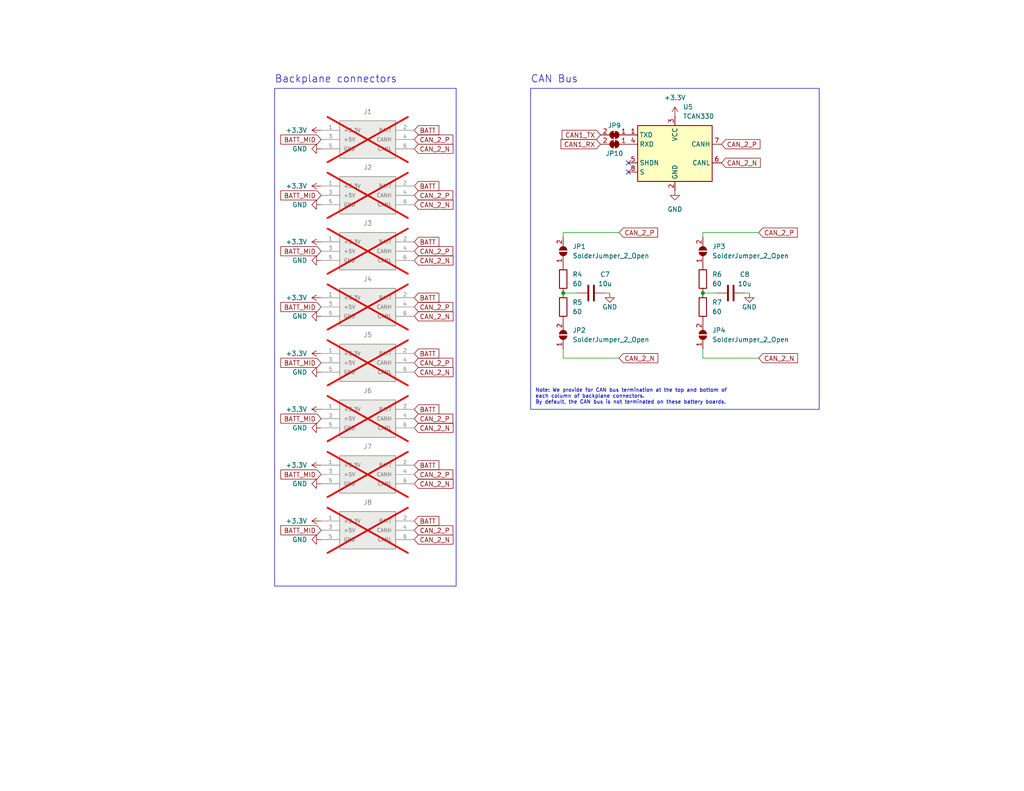
<source format=kicad_sch>
(kicad_sch (version 20230121) (generator eeschema)
  (paper "USLetter")
  (lib_symbols
    (symbol "Device:C" (pin_numbers hide) (pin_names (offset 0.254))
      (property "Reference" "C" (at 0.635 2.54 0))
      (property "Value" "C" (at 0.635 -2.54 0))
      (symbol "C_0_1"
        (polyline (pts (xy -2.032 -0.762) (xy 2.032 -0.762)) (stroke (width 0.508)))
        (polyline (pts (xy -2.032 0.762) (xy 2.032 0.762)) (stroke (width 0.508)))
      )
      (symbol "C_1_1"
        (pin passive line (at 0 3.81 270) (length 2.794) (name "~") (number "1"))
        (pin passive line (at 0 -3.81 90) (length 2.794) (name "~") (number "2"))
      )
    )
    (symbol "Device:R" (pin_numbers hide) (pin_names (offset 0))
      (property "Reference" "R" (at 2.032 0 90))
      (property "Value" "R" (at 0 0 90))
      (symbol "R_0_1"
        (rectangle (start -1.016 -2.54) (end 1.016 2.54) (stroke (width 0.254)))
      )
      (symbol "R_1_1"
        (pin passive line (at 0 3.81 270) (length 1.27) (name "~") (number "1"))
        (pin passive line (at 0 -3.81 90) (length 1.27) (name "~") (number "2"))
      )
    )
    (symbol "Interface_CAN_LIN:TCAN330"
      (property "Reference" "U" (at -10.16 8.89 0))
      (property "Value" "TCAN330" (at 2.54 8.89 0))
      (symbol "TCAN330_0_1"
        (rectangle (start -10.16 7.62) (end 10.16 -7.62) (stroke (width 0.254)) (fill (type background)))
      )
      (symbol "TCAN330_1_1"
        (pin input line (at -12.7 5.08 0) (length 2.54) (name "TXD") (number "1"))
        (pin power_in line (at 0 -10.16 90) (length 2.54) (name "GND") (number "2"))
        (pin power_in line (at 0 10.16 270) (length 2.54) (name "VCC") (number "3"))
        (pin tri_state line (at -12.7 2.54 0) (length 2.54) (name "RXD") (number "4"))
        (pin input line (at -12.7 -2.54 0) (length 2.54) (name "SHDN") (number "5"))
        (pin bidirectional line (at 12.7 -2.54 180) (length 2.54) (name "CANL") (number "6"))
        (pin bidirectional line (at 12.7 2.54 180) (length 2.54) (name "CANH") (number "7"))
        (pin input line (at -12.7 -5.08 0) (length 2.54) (name "S") (number "8"))
      )
    )
    (symbol "Jumper:SolderJumper_2_Bridged" (pin_names (offset 0) hide)
      (property "Reference" "JP" (at 0 2.032 0))
      (property "Value" "SolderJumper_2_Bridged" (at 0 -2.54 0))
      (symbol "SolderJumper_2_Bridged_0_1"
        (rectangle (start -0.508 0.508) (end 0.508 -0.508) (fill (type outline)))
        (arc (start -0.254 1.016) (mid -1.2656 0) (end -0.254 -1.016))
        (arc (start -0.254 1.016) (mid -1.2656 0) (end -0.254 -1.016) (fill (type outline)))
        (polyline (pts (xy -0.254 1.016) (xy -0.254 -1.016)))
        (polyline (pts (xy 0.254 1.016) (xy 0.254 -1.016)))
        (arc (start 0.254 -1.016) (mid 1.2656 0) (end 0.254 1.016))
        (arc (start 0.254 -1.016) (mid 1.2656 0) (end 0.254 1.016) (fill (type outline)))
      )
      (symbol "SolderJumper_2_Bridged_1_1"
        (pin passive line (at -3.81 0 0) (length 2.54) (name "A") (number "1"))
        (pin passive line (at 3.81 0 180) (length 2.54) (name "B") (number "2"))
      )
    )
    (symbol "Jumper:SolderJumper_2_Open" (pin_names (offset 0) hide)
      (property "Reference" "JP" (at 0 2.032 0))
      (property "Value" "SolderJumper_2_Open" (at 0 -2.54 0))
      (symbol "SolderJumper_2_Open_0_1"
        (arc (start -0.254 1.016) (mid -1.2656 0) (end -0.254 -1.016))
        (arc (start -0.254 1.016) (mid -1.2656 0) (end -0.254 -1.016) (fill (type outline)))
        (polyline (pts (xy -0.254 1.016) (xy -0.254 -1.016)))
        (polyline (pts (xy 0.254 1.016) (xy 0.254 -1.016)))
        (arc (start 0.254 -1.016) (mid 1.2656 0) (end 0.254 1.016))
        (arc (start 0.254 -1.016) (mid 1.2656 0) (end 0.254 1.016) (fill (type outline)))
      )
      (symbol "SolderJumper_2_Open_1_1"
        (pin passive line (at -3.81 0 0) (length 2.54) (name "A") (number "1"))
        (pin passive line (at 3.81 0 180) (length 2.54) (name "B") (number "2"))
      )
    )
    (symbol "TVSC:Backplane_Connector_Consumer" (pin_names (offset 1.016))
      (property "Reference" "J" (at 0 6.35 0))
      (symbol "Backplane_Connector_Consumer_0_0"
        (rectangle (start -7.62 -5.08) (end 7.62 5.08) (stroke (width 0.254)) (fill (type background)))
      )
      (symbol "Backplane_Connector_Consumer_1_0"
        (pin power_out line (at -12.7 2.54 0) (length 5.08) (name "+3.3V") (number "1"))
        (pin passive line (at 12.7 2.54 180) (length 5.08) (name "BATT") (number "2"))
        (pin power_out line (at -12.7 0 0) (length 5.08) (name "+5V") (number "3"))
        (pin bidirectional line (at 12.7 0 180) (length 5.08) (name "CANH") (number "4"))
        (pin power_out line (at -12.7 -2.54 0) (length 5.08) (name "GND") (number "5"))
        (pin bidirectional line (at 12.7 -2.54 180) (length 5.08) (name "CANL") (number "6"))
      )
    )
    (symbol "power:+3.3V" (power) (pin_names (offset 0))
      (property "Value" "+3.3V" (at 0 3.556 0))
      (symbol "+3.3V_0_1"
        (polyline (pts (xy -0.762 1.27) (xy 0 2.54)))
        (polyline (pts (xy 0 0) (xy 0 2.54)))
        (polyline (pts (xy 0 2.54) (xy 0.762 1.27)))
      )
      (symbol "+3.3V_1_1"
        (pin power_in line (at 0 0 90) (length 0) hide (name "+3.3V") (number "1"))
      )
    )
    (symbol "power:GND" (power) (pin_names (offset 0))
      (property "Value" "GND" (at 0 -3.81 0))
      (symbol "GND_0_1"
        (polyline (pts (xy 0 0) (xy 0 -1.27) (xy 1.27 -1.27) (xy 0 -2.54) (xy -1.27 -1.27) (xy 0 -1.27)))
      )
      (symbol "GND_1_1"
        (pin power_in line (at 0 0 270) (length 0) hide (name "GND") (number "1"))
      )
    )
  )
  (junction (at 191.77 80.01))
  (junction (at 153.67 80.01))
  (no_connect (at 171.45 46.99))
  (no_connect (at 171.45 44.45))
  (wire (pts (xy 153.67 63.5) (xy 168.91 63.5)))
  (wire (pts (xy 153.67 97.79) (xy 153.67 95.25)))
  (wire (pts (xy 153.67 63.5) (xy 153.67 64.77)))
  (wire (pts (xy 157.48 80.01) (xy 153.67 80.01)))
  (wire (pts (xy 191.77 97.79) (xy 207.01 97.79)))
  (wire (pts (xy 191.77 63.5) (xy 191.77 64.77)))
  (wire (pts (xy 191.77 97.79) (xy 191.77 95.25)))
  (wire (pts (xy 203.2 80.01) (xy 204.47 80.01)))
  (wire (pts (xy 195.58 80.01) (xy 191.77 80.01)))
  (wire (pts (xy 153.67 97.79) (xy 168.91 97.79)))
  (wire (pts (xy 191.77 63.5) (xy 207.01 63.5)))
  (wire (pts (xy 165.1 80.01) (xy 166.37 80.01)))
  (rectangle (start 144.78 24.13) (end 223.52 111.76))
  (rectangle (start 74.93 24.13) (end 124.46 160.02))
  (text "Note: We provide for CAN bus termination at the top and bottom of\neach column of backplane connectors.\nBy default, the CAN bus is not terminated on these battery boards." (at 146.05 110.49 0) (effects (font (size 1 1)) (justify left bottom)))
  (text "CAN Bus" (at 144.78 22.86 0) (effects (font (size 2 2)) (justify left bottom)))
  (text "Backplane connectors" (at 74.93 22.86 0) (effects (font (size 2 2)) (justify left bottom)))
  (global_label "CAN_2_P" (shape input) (at 113.03 99.06 0) (property "Intersheetrefs" "${INTERSHEET_REFS}" (effects hide)))
  (global_label "BATT_MID" (shape input) (at 87.63 53.34 180) (property "Intersheetrefs" "${INTERSHEET_REFS}" (effects hide)))
  (global_label "CAN_2_P" (shape input) (at 113.03 129.54 0) (property "Intersheetrefs" "${INTERSHEET_REFS}" (effects hide)))
  (global_label "CAN_2_P" (shape input) (at 113.03 38.1 0) (property "Intersheetrefs" "${INTERSHEET_REFS}" (effects hide)))
  (global_label "CAN1_RX" (shape input) (at 163.83 39.37 180) (property "Intersheetrefs" "${INTERSHEET_REFS}" (effects hide)))
  (global_label "CAN_2_N" (shape input) (at 113.03 101.6 0) (property "Intersheetrefs" "${INTERSHEET_REFS}" (effects hide)))
  (global_label "BATT_MID" (shape input) (at 87.63 68.58 180) (property "Intersheetrefs" "${INTERSHEET_REFS}" (effects hide)))
  (global_label "BATT" (shape input) (at 113.03 127 0) (property "Intersheetrefs" "${INTERSHEET_REFS}" (effects hide)))
  (global_label "CAN_2_N" (shape input) (at 207.01 97.79 0) (property "Intersheetrefs" "${INTERSHEET_REFS}" (effects hide)))
  (global_label "BATT" (shape input) (at 113.03 35.56 0) (property "Intersheetrefs" "${INTERSHEET_REFS}" (effects hide)))
  (global_label "CAN_2_N" (shape input) (at 196.85 44.45 0) (property "Intersheetrefs" "${INTERSHEET_REFS}" (effects hide)))
  (global_label "CAN_2_N" (shape input) (at 113.03 86.36 0) (property "Intersheetrefs" "${INTERSHEET_REFS}" (effects hide)))
  (global_label "BATT_MID" (shape input) (at 87.63 83.82 180) (property "Intersheetrefs" "${INTERSHEET_REFS}" (effects hide)))
  (global_label "CAN_2_P" (shape input) (at 113.03 144.78 0) (property "Intersheetrefs" "${INTERSHEET_REFS}" (effects hide)))
  (global_label "CAN_2_N" (shape input) (at 113.03 132.08 0) (property "Intersheetrefs" "${INTERSHEET_REFS}" (effects hide)))
  (global_label "BATT" (shape input) (at 113.03 50.8 0) (property "Intersheetrefs" "${INTERSHEET_REFS}" (effects hide)))
  (global_label "CAN_2_N" (shape input) (at 113.03 55.88 0) (property "Intersheetrefs" "${INTERSHEET_REFS}" (effects hide)))
  (global_label "CAN_2_N" (shape input) (at 113.03 71.12 0) (property "Intersheetrefs" "${INTERSHEET_REFS}" (effects hide)))
  (global_label "BATT_MID" (shape input) (at 87.63 114.3 180) (property "Intersheetrefs" "${INTERSHEET_REFS}" (effects hide)))
  (global_label "CAN_2_N" (shape input) (at 113.03 116.84 0) (property "Intersheetrefs" "${INTERSHEET_REFS}" (effects hide)))
  (global_label "CAN_2_P" (shape input) (at 168.91 63.5 0) (property "Intersheetrefs" "${INTERSHEET_REFS}" (effects hide)))
  (global_label "CAN_2_P" (shape input) (at 207.01 63.5 0) (property "Intersheetrefs" "${INTERSHEET_REFS}" (effects hide)))
  (global_label "CAN_2_N" (shape input) (at 113.03 40.64 0) (property "Intersheetrefs" "${INTERSHEET_REFS}" (effects hide)))
  (global_label "CAN_2_P" (shape input) (at 113.03 68.58 0) (property "Intersheetrefs" "${INTERSHEET_REFS}" (effects hide)))
  (global_label "CAN_2_P" (shape input) (at 113.03 83.82 0) (property "Intersheetrefs" "${INTERSHEET_REFS}" (effects hide)))
  (global_label "BATT" (shape input) (at 113.03 66.04 0) (property "Intersheetrefs" "${INTERSHEET_REFS}" (effects hide)))
  (global_label "CAN_2_P" (shape input) (at 196.85 39.37 0) (property "Intersheetrefs" "${INTERSHEET_REFS}" (effects hide)))
  (global_label "BATT" (shape input) (at 113.03 96.52 0) (property "Intersheetrefs" "${INTERSHEET_REFS}" (effects hide)))
  (global_label "CAN1_TX" (shape input) (at 163.83 36.83 180) (property "Intersheetrefs" "${INTERSHEET_REFS}" (effects hide)))
  (global_label "BATT_MID" (shape input) (at 87.63 38.1 180) (property "Intersheetrefs" "${INTERSHEET_REFS}" (effects hide)))
  (global_label "BATT" (shape input) (at 113.03 142.24 0) (property "Intersheetrefs" "${INTERSHEET_REFS}" (effects hide)))
  (global_label "CAN_2_N" (shape input) (at 168.91 97.79 0) (property "Intersheetrefs" "${INTERSHEET_REFS}" (effects hide)))
  (global_label "BATT" (shape input) (at 113.03 111.76 0) (property "Intersheetrefs" "${INTERSHEET_REFS}" (effects hide)))
  (global_label "CAN_2_N" (shape input) (at 113.03 147.32 0) (property "Intersheetrefs" "${INTERSHEET_REFS}" (effects hide)))
  (global_label "BATT" (shape input) (at 113.03 81.28 0) (property "Intersheetrefs" "${INTERSHEET_REFS}" (effects hide)))
  (global_label "BATT_MID" (shape input) (at 87.63 99.06 180) (property "Intersheetrefs" "${INTERSHEET_REFS}" (effects hide)))
  (global_label "CAN_2_P" (shape input) (at 113.03 114.3 0) (property "Intersheetrefs" "${INTERSHEET_REFS}" (effects hide)))
  (global_label "BATT_MID" (shape input) (at 87.63 129.54 180) (property "Intersheetrefs" "${INTERSHEET_REFS}" (effects hide)))
  (global_label "BATT_MID" (shape input) (at 87.63 144.78 180) (property "Intersheetrefs" "${INTERSHEET_REFS}" (effects hide)))
  (global_label "CAN_2_P" (shape input) (at 113.03 53.34 0) (property "Intersheetrefs" "${INTERSHEET_REFS}" (effects hide)))
  (symbol (lib_id "Device:R") (at 191.77 76.2 0) (unit 1)
    (property "Reference" "R6" (at 194.31 74.93 0) (effects (justify left)))
    (property "Value" "60" (at 194.31 77.47 0) (effects (justify left)))
    (property "Footprint" "Resistor_SMD:R_0402_1005Metric" (effects hide))
  )
  (symbol (lib_id "power:GND") (at 87.63 55.88 270) (unit 1)
    (property "Reference" "#PWR027" (effects hide))
    (property "Value" "GND" (at 83.82 55.88 90) (effects (justify right)))
  )
  (symbol (lib_id "Device:C") (at 199.39 80.01 90) (unit 1)
    (property "Reference" "C8" (at 203.2 74.93 90))
    (property "Value" "10u" (at 203.2 77.47 90))
    (property "Footprint" "Capacitor_SMD:C_0603_1608Metric" (effects hide))
    (property "MPN" "C19702" (effects hide))
    (property "Manufacturer" "Samsung Electro-Mechanics" (effects hide))
    (property "Manufacturer Part Number" "CL10A106KP8NNNC" (effects hide))
  )
  (symbol (lib_id "power:GND") (at 87.63 132.08 270) (unit 1)
    (property "Reference" "#PWR070" (effects hide))
    (property "Value" "GND" (at 83.82 132.08 90) (effects (justify right)))
  )
  (symbol (lib_id "TVSC:Backplane_Connector_Consumer") (at 100.33 53.34 0) (unit 1) (dnp yes)
    (property "Reference" "J2" (at 100.33 45.72 0))
    (property "Value" "TE_Connectivity_7-5530843-7" (effects hide))
    (property "Footprint" "footprints:TE_Connectivity_7-5530843-7" (effects hide))
    (property "Datasheet" "https://www.te.com/commerce/DocumentDelivery/DDEController?Action=showdoc&DocId=Customer+Drawing%7F5530843%7FG1%7Fpdf%7FEnglish%7FENG_CD_5530843_G1.pdf" (effects hide))
    (property "Manufacturer" "TE Connectivity" (effects hide))
    (property "Manufacturer Part Number" "7-5530843-7" (effects hide))
    (property "MPN" "C4570400" (effects hide))
  )
  (symbol (lib_id "Jumper:SolderJumper_2_Open") (at 191.77 68.58 90) (unit 1)
    (property "Reference" "JP3" (at 194.31 67.31 90) (effects (justify right)))
    (property "Value" "SolderJumper_2_Open" (at 194.31 69.85 90) (effects (justify right)))
    (property "Footprint" "Jumper:SolderJumper-2_P1.3mm_Open_RoundedPad1.0x1.5mm" (effects hide))
  )
  (symbol (lib_id "power:+3.3V") (at 87.63 81.28 90) (unit 1)
    (property "Reference" "#PWR031" (effects hide))
    (property "Value" "+3.3V" (at 83.82 81.28 90) (effects (justify left)))
  )
  (symbol (lib_id "power:+3.3V") (at 87.63 127 90) (unit 1)
    (property "Reference" "#PWR066" (effects hide))
    (property "Value" "+3.3V" (at 83.82 127 90) (effects (justify left)))
  )
  (symbol (lib_id "Jumper:SolderJumper_2_Bridged") (at 167.64 36.83 180) (unit 1)
    (property "Reference" "JP9" (at 167.64 34.29 0))
    (property "Value" "SolderJumper_2_Bridged" (effects hide))
    (property "Footprint" "Jumper:SolderJumper-2_P1.3mm_Bridged_RoundedPad1.0x1.5mm" (effects hide))
  )
  (symbol (lib_id "TVSC:Backplane_Connector_Consumer") (at 100.33 38.1 0) (unit 1) (dnp yes)
    (property "Reference" "J1" (at 100.33 30.48 0))
    (property "Value" "TE_Connectivity_7-5530843-7" (effects hide))
    (property "Footprint" "footprints:TE_Connectivity_7-5530843-7" (effects hide))
    (property "Datasheet" "https://www.te.com/commerce/DocumentDelivery/DDEController?Action=showdoc&DocId=Customer+Drawing%7F5530843%7FG1%7Fpdf%7FEnglish%7FENG_CD_5530843_G1.pdf" (effects hide))
    (property "Manufacturer" "TE Connectivity" (effects hide))
    (property "Manufacturer Part Number" "7-5530843-7" (effects hide))
    (property "MPN" "C4570400" (effects hide))
  )
  (symbol (lib_id "power:+3.3V") (at 87.63 96.52 90) (unit 1)
    (property "Reference" "#PWR034" (effects hide))
    (property "Value" "+3.3V" (at 83.82 96.52 90) (effects (justify left)))
  )
  (symbol (lib_id "power:GND") (at 204.47 80.01 0) (unit 1)
    (property "Reference" "#PWR021" (effects hide))
    (property "Value" "GND" (at 204.47 83.82 0))
  )
  (symbol (lib_id "Device:C") (at 161.29 80.01 90) (unit 1)
    (property "Reference" "C7" (at 165.1 74.93 90))
    (property "Value" "10u" (at 165.1 77.47 90))
    (property "Footprint" "Capacitor_SMD:C_0603_1608Metric" (effects hide))
    (property "MPN" "C19702" (effects hide))
    (property "Manufacturer" "Samsung Electro-Mechanics" (effects hide))
    (property "Manufacturer Part Number" "CL10A106KP8NNNC" (effects hide))
  )
  (symbol (lib_id "power:GND") (at 87.63 71.12 270) (unit 1)
    (property "Reference" "#PWR030" (effects hide))
    (property "Value" "GND" (at 83.82 71.12 90) (effects (justify right)))
  )
  (symbol (lib_id "TVSC:Backplane_Connector_Consumer") (at 100.33 114.3 0) (unit 1) (dnp yes)
    (property "Reference" "J6" (at 100.33 106.68 0))
    (property "Value" "TE_Connectivity_7-5530843-7" (effects hide))
    (property "Footprint" "footprints:TE_Connectivity_7-5530843-7" (effects hide))
    (property "Datasheet" "https://www.te.com/commerce/DocumentDelivery/DDEController?Action=showdoc&DocId=Customer+Drawing%7F5530843%7FG1%7Fpdf%7FEnglish%7FENG_CD_5530843_G1.pdf" (effects hide))
    (property "Manufacturer" "TE Connectivity" (effects hide))
    (property "Manufacturer Part Number" "7-5530843-7" (effects hide))
    (property "MPN" "C4570400" (effects hide))
  )
  (symbol (lib_id "Jumper:SolderJumper_2_Open") (at 153.67 68.58 90) (unit 1)
    (property "Reference" "JP1" (at 156.21 67.31 90) (effects (justify right)))
    (property "Value" "SolderJumper_2_Open" (at 156.21 69.85 90) (effects (justify right)))
    (property "Footprint" "Jumper:SolderJumper-2_P1.3mm_Open_RoundedPad1.0x1.5mm" (effects hide))
  )
  (symbol (lib_id "power:+3.3V") (at 87.63 66.04 90) (unit 1)
    (property "Reference" "#PWR028" (effects hide))
    (property "Value" "+3.3V" (at 83.82 66.04 90) (effects (justify left)))
  )
  (symbol (lib_id "Interface_CAN_LIN:TCAN330") (at 184.15 41.91 0) (unit 1)
    (property "Reference" "U5" (at 186.3441 29.21 0) (effects (justify left)))
    (property "Value" "TCAN330" (at 186.3441 31.75 0) (effects (justify left)))
    (property "Footprint" "Package_TO_SOT_SMD:SOT-23-8" (effects hide))
    (property "Datasheet" "http://www.ti.com/lit/ds/symlink/tcan337.pdf" (effects hide))
    (property "Alternate" "TCAN332" (effects hide))
    (property "Manufacturer" "Texas Instruments" (effects hide))
    (property "Manufacturer Part Number" "TCAN330DCNR" (effects hide))
    (property "Active" "Y" (effects hide))
    (property "MPN" "C2877587" (effects hide))
  )
  (symbol (lib_id "Jumper:SolderJumper_2_Bridged") (at 167.64 39.37 180) (unit 1)
    (property "Reference" "JP10" (at 167.64 41.91 0))
    (property "Value" "SolderJumper_2_Bridged" (effects hide))
    (property "Footprint" "Jumper:SolderJumper-2_P1.3mm_Bridged_RoundedPad1.0x1.5mm" (effects hide))
  )
  (symbol (lib_id "Device:R") (at 191.77 83.82 0) (unit 1)
    (property "Reference" "R7" (at 194.31 82.55 0) (effects (justify left)))
    (property "Value" "60" (at 194.31 85.09 0) (effects (justify left)))
    (property "Footprint" "Resistor_SMD:R_0402_1005Metric" (effects hide))
  )
  (symbol (lib_id "Jumper:SolderJumper_2_Open") (at 191.77 91.44 90) (unit 1)
    (property "Reference" "JP4" (at 194.31 90.17 90) (effects (justify right)))
    (property "Value" "SolderJumper_2_Open" (at 194.31 92.71 90) (effects (justify right)))
    (property "Footprint" "Jumper:SolderJumper-2_P1.3mm_Open_RoundedPad1.0x1.5mm" (effects hide))
  )
  (symbol (lib_id "TVSC:Backplane_Connector_Consumer") (at 100.33 144.78 0) (unit 1) (dnp yes)
    (property "Reference" "J8" (at 100.33 137.16 0))
    (property "Value" "TE_Connectivity_7-5530843-7" (effects hide))
    (property "Footprint" "footprints:TE_Connectivity_7-5530843-7" (effects hide))
    (property "Datasheet" "https://www.te.com/commerce/DocumentDelivery/DDEController?Action=showdoc&DocId=Customer+Drawing%7F5530843%7FG1%7Fpdf%7FEnglish%7FENG_CD_5530843_G1.pdf" (effects hide))
    (property "Manufacturer" "TE Connectivity" (effects hide))
    (property "Manufacturer Part Number" "7-5530843-7" (effects hide))
    (property "MPN" "C4570400" (effects hide))
  )
  (symbol (lib_id "power:GND") (at 166.37 80.01 0) (unit 1)
    (property "Reference" "#PWR020" (effects hide))
    (property "Value" "GND" (at 166.37 83.82 0))
  )
  (symbol (lib_id "TVSC:Backplane_Connector_Consumer") (at 100.33 129.54 0) (unit 1) (dnp yes)
    (property "Reference" "J7" (at 100.33 121.92 0))
    (property "Value" "TE_Connectivity_7-5530843-7" (effects hide))
    (property "Footprint" "footprints:TE_Connectivity_7-5530843-7" (effects hide))
    (property "Datasheet" "https://www.te.com/commerce/DocumentDelivery/DDEController?Action=showdoc&DocId=Customer+Drawing%7F5530843%7FG1%7Fpdf%7FEnglish%7FENG_CD_5530843_G1.pdf" (effects hide))
    (property "Manufacturer" "TE Connectivity" (effects hide))
    (property "Manufacturer Part Number" "7-5530843-7" (effects hide))
    (property "MPN" "C4570400" (effects hide))
  )
  (symbol (lib_id "Device:R") (at 153.67 76.2 0) (unit 1)
    (property "Reference" "R4" (at 156.21 74.93 0) (effects (justify left)))
    (property "Value" "60" (at 156.21 77.47 0) (effects (justify left)))
    (property "Footprint" "Resistor_SMD:R_0402_1005Metric" (effects hide))
  )
  (symbol (lib_id "power:GND") (at 184.15 52.07 0) (unit 1)
    (property "Reference" "#PWR075" (effects hide))
    (property "Value" "GND" (at 184.15 57.15 0))
  )
  (symbol (lib_id "TVSC:Backplane_Connector_Consumer") (at 100.33 83.82 0) (unit 1) (dnp yes)
    (property "Reference" "J4" (at 100.33 76.2 0))
    (property "Value" "TE_Connectivity_7-5530843-7" (effects hide))
    (property "Footprint" "footprints:TE_Connectivity_7-5530843-7" (effects hide))
    (property "Datasheet" "https://www.te.com/commerce/DocumentDelivery/DDEController?Action=showdoc&DocId=Customer+Drawing%7F5530843%7FG1%7Fpdf%7FEnglish%7FENG_CD_5530843_G1.pdf" (effects hide))
    (property "Manufacturer" "TE Connectivity" (effects hide))
    (property "Manufacturer Part Number" "7-5530843-7" (effects hide))
    (property "MPN" "C4570400" (effects hide))
  )
  (symbol (lib_id "power:GND") (at 87.63 40.64 270) (unit 1)
    (property "Reference" "#PWR024" (effects hide))
    (property "Value" "GND" (at 83.82 40.64 90) (effects (justify right)))
  )
  (symbol (lib_id "power:GND") (at 87.63 86.36 270) (unit 1)
    (property "Reference" "#PWR033" (effects hide))
    (property "Value" "GND" (at 83.82 86.36 90) (effects (justify right)))
  )
  (symbol (lib_id "power:+3.3V") (at 87.63 50.8 90) (unit 1)
    (property "Reference" "#PWR025" (effects hide))
    (property "Value" "+3.3V" (at 83.82 50.8 90) (effects (justify left)))
  )
  (symbol (lib_id "Jumper:SolderJumper_2_Open") (at 153.67 91.44 90) (unit 1)
    (property "Reference" "JP2" (at 156.21 90.17 90) (effects (justify right)))
    (property "Value" "SolderJumper_2_Open" (at 156.21 92.71 90) (effects (justify right)))
    (property "Footprint" "Jumper:SolderJumper-2_P1.3mm_Open_RoundedPad1.0x1.5mm" (effects hide))
  )
  (symbol (lib_id "power:+3.3V") (at 184.15 31.75 0) (unit 1)
    (property "Reference" "#PWR074" (effects hide))
    (property "Value" "+3.3V" (at 184.15 26.67 0))
  )
  (symbol (lib_id "power:GND") (at 87.63 101.6 270) (unit 1)
    (property "Reference" "#PWR036" (effects hide))
    (property "Value" "GND" (at 83.82 101.6 90) (effects (justify right)))
  )
  (symbol (lib_id "TVSC:Backplane_Connector_Consumer") (at 100.33 99.06 0) (unit 1) (dnp yes)
    (property "Reference" "J5" (at 100.33 91.44 0))
    (property "Value" "TE_Connectivity_7-5530843-7" (effects hide))
    (property "Footprint" "footprints:TE_Connectivity_7-5530843-7" (effects hide))
    (property "Datasheet" "https://www.te.com/commerce/DocumentDelivery/DDEController?Action=showdoc&DocId=Customer+Drawing%7F5530843%7FG1%7Fpdf%7FEnglish%7FENG_CD_5530843_G1.pdf" (effects hide))
    (property "Manufacturer" "TE Connectivity" (effects hide))
    (property "Manufacturer Part Number" "7-5530843-7" (effects hide))
    (property "MPN" "C4570400" (effects hide))
  )
  (symbol (lib_id "TVSC:Backplane_Connector_Consumer") (at 100.33 68.58 0) (unit 1) (dnp yes)
    (property "Reference" "J3" (at 100.33 60.96 0))
    (property "Value" "TE_Connectivity_7-5530843-7" (effects hide))
    (property "Footprint" "footprints:TE_Connectivity_7-5530843-7" (effects hide))
    (property "Datasheet" "https://www.te.com/commerce/DocumentDelivery/DDEController?Action=showdoc&DocId=Customer+Drawing%7F5530843%7FG1%7Fpdf%7FEnglish%7FENG_CD_5530843_G1.pdf" (effects hide))
    (property "Manufacturer" "TE Connectivity" (effects hide))
    (property "Manufacturer Part Number" "7-5530843-7" (effects hide))
    (property "MPN" "C4570400" (effects hide))
  )
  (symbol (lib_id "power:+3.3V") (at 87.63 142.24 90) (unit 1)
    (property "Reference" "#PWR071" (effects hide))
    (property "Value" "+3.3V" (at 83.82 142.24 90) (effects (justify left)))
  )
  (symbol (lib_id "power:+3.3V") (at 87.63 35.56 90) (unit 1)
    (property "Reference" "#PWR022" (effects hide))
    (property "Value" "+3.3V" (at 83.82 35.56 90) (effects (justify left)))
  )
  (symbol (lib_id "power:+3.3V") (at 87.63 111.76 90) (unit 1)
    (property "Reference" "#PWR037" (effects hide))
    (property "Value" "+3.3V" (at 83.82 111.76 90) (effects (justify left)))
  )
  (symbol (lib_id "power:GND") (at 87.63 147.32 270) (unit 1)
    (property "Reference" "#PWR073" (effects hide))
    (property "Value" "GND" (at 83.82 147.32 90) (effects (justify right)))
  )
  (symbol (lib_id "Device:R") (at 153.67 83.82 0) (unit 1)
    (property "Reference" "R5" (at 156.21 82.55 0) (effects (justify left)))
    (property "Value" "60" (at 156.21 85.09 0) (effects (justify left)))
    (property "Footprint" "Resistor_SMD:R_0402_1005Metric" (effects hide))
  )
  (symbol (lib_id "power:GND") (at 87.63 116.84 270) (unit 1)
    (property "Reference" "#PWR065" (effects hide))
    (property "Value" "GND" (at 83.82 116.84 90) (effects (justify right)))
  )
)
</source>
